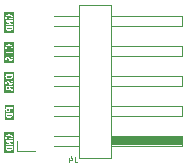
<source format=gbr>
%TF.GenerationSoftware,KiCad,Pcbnew,8.0.4*%
%TF.CreationDate,2024-08-06T21:58:01+07:00*%
%TF.ProjectId,cp2104-pd-source-v01,63703231-3034-42d7-9064-2d736f757263,rev?*%
%TF.SameCoordinates,Original*%
%TF.FileFunction,Legend,Bot*%
%TF.FilePolarity,Positive*%
%FSLAX46Y46*%
G04 Gerber Fmt 4.6, Leading zero omitted, Abs format (unit mm)*
G04 Created by KiCad (PCBNEW 8.0.4) date 2024-08-06 21:58:01*
%MOMM*%
%LPD*%
G01*
G04 APERTURE LIST*
%ADD10C,0.100000*%
%ADD11C,0.120000*%
%ADD12C,0.000000*%
%ADD13R,6.000000X0.760000*%
%ADD14C,0.650000*%
%ADD15O,2.100000X1.000000*%
%ADD16O,1.800000X1.000000*%
%ADD17R,2.500000X1.000000*%
G04 APERTURE END LIST*
D10*
X148438858Y-66581066D02*
X148438858Y-66938209D01*
X148438858Y-66938209D02*
X148462667Y-67009637D01*
X148462667Y-67009637D02*
X148510286Y-67057257D01*
X148510286Y-67057257D02*
X148581715Y-67081066D01*
X148581715Y-67081066D02*
X148629334Y-67081066D01*
X147986477Y-66747733D02*
X147986477Y-67081066D01*
X148105525Y-66557257D02*
X148224572Y-66914399D01*
X148224572Y-66914399D02*
X147915049Y-66914399D01*
D11*
%TO.C,J4*%
X143527000Y-66098000D02*
X143527000Y-65278000D01*
X145097000Y-66098000D02*
X143527000Y-66098000D01*
X148777000Y-53728000D02*
X151517000Y-53728000D01*
X148777000Y-54678000D02*
X146667000Y-54678000D01*
X148777000Y-55558000D02*
X146667000Y-55558000D01*
X148777000Y-57218000D02*
X146667000Y-57218000D01*
X148777000Y-58098000D02*
X146667000Y-58098000D01*
X148777000Y-59758000D02*
X146667000Y-59758000D01*
X148777000Y-60638000D02*
X146667000Y-60638000D01*
X148777000Y-62298000D02*
X146667000Y-62298000D01*
X148777000Y-63178000D02*
X146667000Y-63178000D01*
X148777000Y-64838000D02*
X146667000Y-64838000D01*
X148777000Y-65718000D02*
X146667000Y-65718000D01*
X148777000Y-66668000D02*
X148777000Y-53728000D01*
X151517000Y-53728000D02*
X151517000Y-66668000D01*
X151517000Y-54678000D02*
X157517000Y-54678000D01*
X151517000Y-57218000D02*
X157517000Y-57218000D01*
X151517000Y-59758000D02*
X157517000Y-59758000D01*
X151517000Y-62298000D02*
X157517000Y-62298000D01*
X151517000Y-64838000D02*
X157517000Y-64838000D01*
X151517000Y-66668000D02*
X148777000Y-66668000D01*
X157517000Y-54678000D02*
X157517000Y-55558000D01*
X157517000Y-55558000D02*
X151517000Y-55558000D01*
X157517000Y-57218000D02*
X157517000Y-58098000D01*
X157517000Y-58098000D02*
X151517000Y-58098000D01*
X157517000Y-59758000D02*
X157517000Y-60638000D01*
X157517000Y-60638000D02*
X151517000Y-60638000D01*
X157517000Y-62298000D02*
X157517000Y-63178000D01*
X157517000Y-63178000D02*
X151517000Y-63178000D01*
X157517000Y-64838000D02*
X157517000Y-65718000D01*
X157517000Y-65718000D02*
X151517000Y-65718000D01*
D12*
%TO.C,kibuzzard-66B1E9B7*%
G36*
X143268861Y-57851397D02*
G01*
X143268861Y-58258506D01*
X143268861Y-58479507D01*
X143268861Y-58681446D01*
X142481139Y-58681446D01*
X142481139Y-58479507D01*
X142481139Y-58286616D01*
X142561914Y-58286616D01*
X142565065Y-58338352D01*
X142574515Y-58383061D01*
X142602625Y-58452367D01*
X142694709Y-58417472D01*
X142671446Y-58363675D01*
X142661753Y-58295339D01*
X142669400Y-58242566D01*
X142692340Y-58210902D01*
X142730574Y-58200347D01*
X142761107Y-58210040D01*
X142784370Y-58234758D01*
X142802302Y-58268683D01*
X142816842Y-58306002D01*
X142840590Y-58364645D01*
X142875485Y-58420864D01*
X142929766Y-58463029D01*
X142966478Y-58475388D01*
X143011672Y-58479507D01*
X143086430Y-58465816D01*
X143142044Y-58424742D01*
X143167623Y-58381931D01*
X143182970Y-58326519D01*
X143188086Y-58258506D01*
X143184087Y-58191381D01*
X143172092Y-58139281D01*
X143142528Y-58072399D01*
X143045598Y-58107294D01*
X143074677Y-58169814D01*
X143084855Y-58210162D01*
X143088247Y-58258506D01*
X143081947Y-58308425D01*
X143064499Y-58339927D01*
X143039297Y-58355921D01*
X143010703Y-58360283D01*
X142977746Y-58349620D01*
X142952060Y-58322480D01*
X142931704Y-58285646D01*
X142914742Y-58244935D01*
X142892447Y-58188716D01*
X142860460Y-58135889D01*
X142812480Y-58096632D01*
X142741236Y-58081123D01*
X142666115Y-58094814D01*
X142609410Y-58135889D01*
X142583024Y-58176976D01*
X142567192Y-58227219D01*
X142561914Y-58286616D01*
X142481139Y-58286616D01*
X142481139Y-57573207D01*
X142575485Y-57573207D01*
X142575485Y-58009394D01*
X142674354Y-58009394D01*
X142674354Y-57851397D01*
X143175485Y-57851397D01*
X143175485Y-57731204D01*
X142674354Y-57731204D01*
X142674354Y-57573207D01*
X142575485Y-57573207D01*
X142481139Y-57573207D01*
X142481139Y-57362868D01*
X142561914Y-57362868D01*
X142567246Y-57420541D01*
X142579362Y-57465614D01*
X142593901Y-57498086D01*
X142605533Y-57517956D01*
X142700525Y-57486939D01*
X142675808Y-57433142D01*
X142665630Y-57360929D01*
X142675808Y-57306163D01*
X142709733Y-57258667D01*
X142773223Y-57224742D01*
X142817811Y-57214927D01*
X142872092Y-57211656D01*
X142935258Y-57215587D01*
X142987763Y-57227380D01*
X143029604Y-57247036D01*
X143070679Y-57293683D01*
X143084370Y-57362868D01*
X143073708Y-57439927D01*
X143052383Y-57488877D01*
X143146405Y-57518926D01*
X143175000Y-57450590D01*
X143184814Y-57404184D01*
X143188086Y-57351236D01*
X143179039Y-57273261D01*
X143151898Y-57208640D01*
X143106664Y-57157375D01*
X143061652Y-57128114D01*
X143008037Y-57107213D01*
X142945820Y-57094673D01*
X142875000Y-57090493D01*
X142804483Y-57095582D01*
X142742205Y-57110848D01*
X142688530Y-57135202D01*
X142643821Y-57167553D01*
X142608441Y-57207294D01*
X142582754Y-57253821D01*
X142567124Y-57306042D01*
X142561914Y-57362868D01*
X142481139Y-57362868D01*
X142481139Y-57090493D01*
X142481139Y-56888554D01*
X143268861Y-56888554D01*
X143268861Y-57090493D01*
X143268861Y-57351236D01*
X143268861Y-57851397D01*
G37*
%TO.C,kibuzzard-66B1E998*%
G36*
X142868215Y-62587294D02*
G01*
X142862520Y-62637456D01*
X142845436Y-62673562D01*
X142814540Y-62695372D01*
X142767407Y-62702641D01*
X142722698Y-62695493D01*
X142693255Y-62674047D01*
X142676898Y-62640727D01*
X142671446Y-62597956D01*
X142671931Y-62568393D01*
X142674354Y-62538829D01*
X142868215Y-62538829D01*
X142868215Y-62587294D01*
G37*
G36*
X143078554Y-63034144D02*
G01*
X143078554Y-63044806D01*
X143063045Y-63113142D01*
X143020396Y-63157730D01*
X142955937Y-63181963D01*
X142916801Y-63187415D01*
X142874031Y-63189233D01*
X142798425Y-63183417D01*
X142733481Y-63163061D01*
X142688409Y-63123320D01*
X142671446Y-63058376D01*
X142671931Y-63040929D01*
X142674354Y-63023481D01*
X143077585Y-63023481D01*
X143078554Y-63034144D01*
G37*
G36*
X143263045Y-63032205D02*
G01*
X143263045Y-63310396D01*
X143263045Y-63512334D01*
X142486955Y-63512334D01*
X142486955Y-63310396D01*
X142486955Y-63047714D01*
X142567730Y-63047714D01*
X142572092Y-63104297D01*
X142585178Y-63155792D01*
X142607593Y-63200985D01*
X142639943Y-63238667D01*
X142682351Y-63268837D01*
X142734935Y-63291494D01*
X142798546Y-63305670D01*
X142874031Y-63310396D01*
X142951212Y-63305186D01*
X143016034Y-63289556D01*
X143069225Y-63264717D01*
X143111511Y-63231882D01*
X143143376Y-63191535D01*
X143165307Y-63144160D01*
X143178029Y-63090727D01*
X143182270Y-63032205D01*
X143178877Y-62969685D01*
X143167730Y-62904257D01*
X142582270Y-62904257D01*
X142570638Y-62980832D01*
X142567730Y-63047714D01*
X142486955Y-63047714D01*
X142486955Y-62584386D01*
X142567730Y-62584386D01*
X142572954Y-62654930D01*
X142588624Y-62714058D01*
X142614742Y-62761769D01*
X142652706Y-62796772D01*
X142703918Y-62817773D01*
X142768376Y-62824774D01*
X142833481Y-62817719D01*
X142885339Y-62796556D01*
X142923950Y-62761284D01*
X142950606Y-62713088D01*
X142966599Y-62653153D01*
X142971931Y-62581478D01*
X142971931Y-62538829D01*
X143174515Y-62538829D01*
X143174515Y-62419604D01*
X142582270Y-62419604D01*
X142575485Y-62458861D01*
X142571123Y-62502964D01*
X142568700Y-62546583D01*
X142567730Y-62584386D01*
X142486955Y-62584386D01*
X142486955Y-62419604D01*
X142486955Y-62217666D01*
X143263045Y-62217666D01*
X143263045Y-62419604D01*
X143263045Y-62538829D01*
X143263045Y-63032205D01*
G37*
%TO.C,kibuzzard-66B1E9B1*%
G36*
X142855614Y-60744225D02*
G01*
X142849677Y-60796809D01*
X142831866Y-60832431D01*
X142764499Y-60859572D01*
X142723304Y-60852302D01*
X142694709Y-60830493D01*
X142677989Y-60796809D01*
X142672415Y-60753918D01*
X142672900Y-60737439D01*
X142675323Y-60718053D01*
X142855614Y-60718053D01*
X142855614Y-60744225D01*
G37*
G36*
X143079523Y-59759410D02*
G01*
X143079523Y-59770073D01*
X143064015Y-59838409D01*
X143021365Y-59882997D01*
X142956906Y-59907229D01*
X142917771Y-59912682D01*
X142875000Y-59914499D01*
X142799394Y-59908683D01*
X142734451Y-59888328D01*
X142689378Y-59848586D01*
X142672415Y-59783643D01*
X142672900Y-59766195D01*
X142675323Y-59748748D01*
X143078554Y-59748748D01*
X143079523Y-59759410D01*
G37*
G36*
X143268861Y-60286712D02*
G01*
X143268861Y-61020477D01*
X143268861Y-61222415D01*
X142481139Y-61222415D01*
X142481139Y-61020477D01*
X142481139Y-60753918D01*
X142568700Y-60753918D01*
X142571607Y-60802868D01*
X142580331Y-60846971D01*
X142595113Y-60885743D01*
X142616195Y-60918700D01*
X142677746Y-60964742D01*
X142718336Y-60976737D01*
X142765468Y-60980735D01*
X142815388Y-60975404D01*
X142860460Y-60959410D01*
X142898021Y-60931058D01*
X142925404Y-60888651D01*
X142981139Y-60923546D01*
X143045113Y-60959410D01*
X143111995Y-60992851D01*
X143175485Y-61020477D01*
X143175485Y-60895436D01*
X143118417Y-60871325D01*
X143063530Y-60843578D01*
X143009370Y-60812924D01*
X142954483Y-60780089D01*
X142954483Y-60718053D01*
X143175485Y-60718053D01*
X143175485Y-60598829D01*
X142584208Y-60598829D01*
X142576939Y-60637116D01*
X142572092Y-60679281D01*
X142569669Y-60719992D01*
X142568700Y-60753918D01*
X142481139Y-60753918D01*
X142481139Y-60314822D01*
X142561914Y-60314822D01*
X142565065Y-60366559D01*
X142574515Y-60411268D01*
X142602625Y-60480574D01*
X142694709Y-60445679D01*
X142671446Y-60391882D01*
X142661753Y-60323546D01*
X142669400Y-60270773D01*
X142692340Y-60239109D01*
X142730574Y-60228554D01*
X142761107Y-60238247D01*
X142784370Y-60262964D01*
X142802302Y-60296890D01*
X142816842Y-60334208D01*
X142840590Y-60392851D01*
X142875485Y-60449071D01*
X142929766Y-60491236D01*
X142966478Y-60503595D01*
X143011672Y-60507714D01*
X143086430Y-60494023D01*
X143142044Y-60452948D01*
X143167623Y-60410137D01*
X143182970Y-60354725D01*
X143188086Y-60286712D01*
X143184087Y-60219588D01*
X143172092Y-60167488D01*
X143142528Y-60100606D01*
X143045598Y-60135501D01*
X143074677Y-60198021D01*
X143084855Y-60238368D01*
X143088247Y-60286712D01*
X143081947Y-60336632D01*
X143064499Y-60368134D01*
X143039297Y-60384128D01*
X143010703Y-60388489D01*
X142977746Y-60377827D01*
X142952060Y-60350687D01*
X142931704Y-60313853D01*
X142914742Y-60273142D01*
X142892447Y-60216922D01*
X142860460Y-60164095D01*
X142812480Y-60124838D01*
X142741236Y-60109330D01*
X142666115Y-60123021D01*
X142609410Y-60164095D01*
X142583024Y-60205183D01*
X142567192Y-60255425D01*
X142561914Y-60314822D01*
X142481139Y-60314822D01*
X142481139Y-59772981D01*
X142568700Y-59772981D01*
X142573061Y-59829564D01*
X142586147Y-59881058D01*
X142608562Y-59926252D01*
X142640913Y-59963934D01*
X142683320Y-59994103D01*
X142735905Y-60016761D01*
X142799515Y-60030937D01*
X142875000Y-60035662D01*
X142952181Y-60030452D01*
X143017003Y-60014822D01*
X143070194Y-59989984D01*
X143112480Y-59957149D01*
X143144346Y-59916801D01*
X143166276Y-59869426D01*
X143178998Y-59815994D01*
X143183239Y-59757472D01*
X143179847Y-59694952D01*
X143168700Y-59629523D01*
X142583239Y-59629523D01*
X142571607Y-59706099D01*
X142568700Y-59772981D01*
X142481139Y-59772981D01*
X142481139Y-59629523D01*
X142481139Y-59427585D01*
X143268861Y-59427585D01*
X143268861Y-59629523D01*
X143268861Y-59757472D01*
X143268861Y-60286712D01*
G37*
%TO.C,kibuzzard-66B1E9BE*%
G36*
X143079523Y-55669556D02*
G01*
X143079523Y-55680218D01*
X143064015Y-55748554D01*
X143021365Y-55793142D01*
X142956906Y-55817375D01*
X142917771Y-55822827D01*
X142875000Y-55824645D01*
X142799394Y-55818829D01*
X142734451Y-55798473D01*
X142689378Y-55758732D01*
X142672415Y-55693788D01*
X142672900Y-55676341D01*
X142675323Y-55658893D01*
X143078554Y-55658893D01*
X143079523Y-55669556D01*
G37*
G36*
X143268861Y-55346777D02*
G01*
X143268861Y-55667617D01*
X143268861Y-55945808D01*
X143268861Y-56147746D01*
X142481139Y-56147746D01*
X142481139Y-55945808D01*
X142481139Y-55683126D01*
X142568700Y-55683126D01*
X142573061Y-55739709D01*
X142586147Y-55791204D01*
X142608562Y-55836397D01*
X142640913Y-55874079D01*
X142683320Y-55904249D01*
X142735905Y-55926906D01*
X142799515Y-55941082D01*
X142875000Y-55945808D01*
X142952181Y-55940598D01*
X143017003Y-55924968D01*
X143070194Y-55900129D01*
X143112480Y-55867294D01*
X143144346Y-55826947D01*
X143166276Y-55779572D01*
X143178998Y-55726139D01*
X143183239Y-55667617D01*
X143179847Y-55605097D01*
X143168700Y-55539669D01*
X142583239Y-55539669D01*
X142571607Y-55616244D01*
X142568700Y-55683126D01*
X142481139Y-55683126D01*
X142481139Y-55047262D01*
X142575485Y-55047262D01*
X142575485Y-55143223D01*
X142619952Y-55170363D01*
X142668053Y-55197504D01*
X142717851Y-55224281D01*
X142767407Y-55250331D01*
X142816115Y-55275048D01*
X142863368Y-55297827D01*
X142906987Y-55318061D01*
X142944790Y-55335145D01*
X142575485Y-55335145D01*
X142575485Y-55442738D01*
X143175485Y-55442738D01*
X143175485Y-55346777D01*
X143108980Y-55318829D01*
X143042582Y-55289265D01*
X142976292Y-55258086D01*
X142910003Y-55225291D01*
X142843605Y-55190880D01*
X142777100Y-55154855D01*
X143175485Y-55154855D01*
X143175485Y-55047262D01*
X142575485Y-55047262D01*
X142481139Y-55047262D01*
X142481139Y-54803966D01*
X142561914Y-54803966D01*
X142567246Y-54866486D01*
X142579362Y-54914467D01*
X142593901Y-54947908D01*
X142605533Y-54967779D01*
X142700525Y-54936761D01*
X142676292Y-54884418D01*
X142665630Y-54820444D01*
X142681139Y-54748716D01*
X142724273Y-54700735D01*
X142790186Y-54673595D01*
X142830533Y-54667415D01*
X142875000Y-54665355D01*
X142940428Y-54669125D01*
X142993255Y-54680433D01*
X143033481Y-54699281D01*
X143071648Y-54741204D01*
X143084370Y-54799120D01*
X143083401Y-54822383D01*
X143080493Y-54845646D01*
X142861430Y-54845646D01*
X142861430Y-54964871D01*
X143160945Y-54964871D01*
X143178393Y-54898473D01*
X143185662Y-54848675D01*
X143188086Y-54789426D01*
X143183118Y-54735994D01*
X143168215Y-54688134D01*
X143143498Y-54646333D01*
X143109087Y-54611074D01*
X143064984Y-54582722D01*
X143011187Y-54561640D01*
X142947819Y-54548554D01*
X142875000Y-54544192D01*
X142802908Y-54549281D01*
X142739782Y-54564548D01*
X142685864Y-54588538D01*
X142641397Y-54619798D01*
X142606624Y-54657843D01*
X142581785Y-54702189D01*
X142566882Y-54751381D01*
X142561914Y-54803966D01*
X142481139Y-54803966D01*
X142481139Y-54544192D01*
X142481139Y-54342254D01*
X143268861Y-54342254D01*
X143268861Y-54544192D01*
X143268861Y-54789426D01*
X143268861Y-55346777D01*
G37*
%TO.C,kibuzzard-66B1E950*%
G36*
X143079523Y-65829556D02*
G01*
X143079523Y-65840218D01*
X143064015Y-65908554D01*
X143021365Y-65953142D01*
X142956906Y-65977375D01*
X142917771Y-65982827D01*
X142875000Y-65984645D01*
X142799394Y-65978829D01*
X142734451Y-65958473D01*
X142689378Y-65918732D01*
X142672415Y-65853788D01*
X142672900Y-65836341D01*
X142675323Y-65818893D01*
X143078554Y-65818893D01*
X143079523Y-65829556D01*
G37*
G36*
X143268861Y-65506777D02*
G01*
X143268861Y-65827617D01*
X143268861Y-66105808D01*
X143268861Y-66307746D01*
X142481139Y-66307746D01*
X142481139Y-66105808D01*
X142481139Y-65843126D01*
X142568700Y-65843126D01*
X142573061Y-65899709D01*
X142586147Y-65951204D01*
X142608562Y-65996397D01*
X142640913Y-66034079D01*
X142683320Y-66064249D01*
X142735905Y-66086906D01*
X142799515Y-66101082D01*
X142875000Y-66105808D01*
X142952181Y-66100598D01*
X143017003Y-66084968D01*
X143070194Y-66060129D01*
X143112480Y-66027294D01*
X143144346Y-65986947D01*
X143166276Y-65939572D01*
X143178998Y-65886139D01*
X143183239Y-65827617D01*
X143179847Y-65765097D01*
X143168700Y-65699669D01*
X142583239Y-65699669D01*
X142571607Y-65776244D01*
X142568700Y-65843126D01*
X142481139Y-65843126D01*
X142481139Y-65207262D01*
X142575485Y-65207262D01*
X142575485Y-65303223D01*
X142619952Y-65330363D01*
X142668053Y-65357504D01*
X142717851Y-65384281D01*
X142767407Y-65410331D01*
X142816115Y-65435048D01*
X142863368Y-65457827D01*
X142906987Y-65478061D01*
X142944790Y-65495145D01*
X142575485Y-65495145D01*
X142575485Y-65602738D01*
X143175485Y-65602738D01*
X143175485Y-65506777D01*
X143108980Y-65478829D01*
X143042582Y-65449265D01*
X142976292Y-65418086D01*
X142910003Y-65385291D01*
X142843605Y-65350880D01*
X142777100Y-65314855D01*
X143175485Y-65314855D01*
X143175485Y-65207262D01*
X142575485Y-65207262D01*
X142481139Y-65207262D01*
X142481139Y-64963966D01*
X142561914Y-64963966D01*
X142567246Y-65026486D01*
X142579362Y-65074467D01*
X142593901Y-65107908D01*
X142605533Y-65127779D01*
X142700525Y-65096761D01*
X142676292Y-65044418D01*
X142665630Y-64980444D01*
X142681139Y-64908716D01*
X142724273Y-64860735D01*
X142790186Y-64833595D01*
X142830533Y-64827415D01*
X142875000Y-64825355D01*
X142940428Y-64829125D01*
X142993255Y-64840433D01*
X143033481Y-64859281D01*
X143071648Y-64901204D01*
X143084370Y-64959120D01*
X143083401Y-64982383D01*
X143080493Y-65005646D01*
X142861430Y-65005646D01*
X142861430Y-65124871D01*
X143160945Y-65124871D01*
X143178393Y-65058473D01*
X143185662Y-65008675D01*
X143188086Y-64949426D01*
X143183118Y-64895994D01*
X143168215Y-64848134D01*
X143143498Y-64806333D01*
X143109087Y-64771074D01*
X143064984Y-64742722D01*
X143011187Y-64721640D01*
X142947819Y-64708554D01*
X142875000Y-64704192D01*
X142802908Y-64709281D01*
X142739782Y-64724548D01*
X142685864Y-64748538D01*
X142641397Y-64779798D01*
X142606624Y-64817843D01*
X142581785Y-64862189D01*
X142566882Y-64911381D01*
X142561914Y-64963966D01*
X142481139Y-64963966D01*
X142481139Y-64704192D01*
X142481139Y-64502254D01*
X143268861Y-64502254D01*
X143268861Y-64704192D01*
X143268861Y-64949426D01*
X143268861Y-65506777D01*
G37*
%TD*%
D13*
%TO.C,J4*%
X154517000Y-65278000D03*
%TD*%
%LPC*%
D14*
%TO.C,J1*%
X124206000Y-57212000D03*
X124206000Y-62992000D03*
D15*
X124706000Y-55782000D03*
D16*
X120526000Y-55782000D03*
D15*
X124706000Y-64422000D03*
D16*
X120526000Y-64422000D03*
%TD*%
D17*
%TO.C,J4*%
X145097000Y-65278000D03*
X145097000Y-62738000D03*
X145097000Y-60198000D03*
X145097000Y-57658000D03*
X145097000Y-55118000D03*
%TD*%
%LPD*%
M02*

</source>
